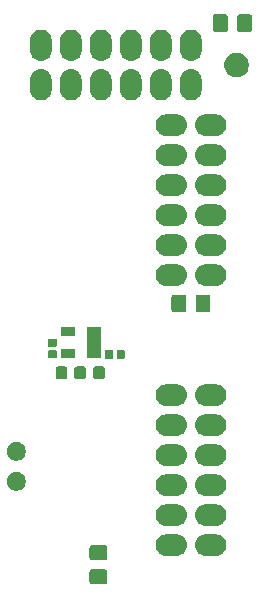
<source format=gbr>
G04 #@! TF.GenerationSoftware,KiCad,Pcbnew,5.1.6-c6e7f7d~86~ubuntu20.04.1*
G04 #@! TF.CreationDate,2020-05-31T05:55:26-07:00*
G04 #@! TF.ProjectId,glasgow-pmod,676c6173-676f-4772-9d70-6d6f642e6b69,rev?*
G04 #@! TF.SameCoordinates,PX90013c0PY44b6550*
G04 #@! TF.FileFunction,Soldermask,Top*
G04 #@! TF.FilePolarity,Negative*
%FSLAX46Y46*%
G04 Gerber Fmt 4.6, Leading zero omitted, Abs format (unit mm)*
G04 Created by KiCad (PCBNEW 5.1.6-c6e7f7d~86~ubuntu20.04.1) date 2020-05-31 05:55:26*
%MOMM*%
%LPD*%
G01*
G04 APERTURE LIST*
%ADD10C,0.100000*%
G04 APERTURE END LIST*
D10*
G36*
X9388674Y-49203465D02*
G01*
X9426367Y-49214899D01*
X9461103Y-49233466D01*
X9491548Y-49258452D01*
X9516534Y-49288897D01*
X9535101Y-49323633D01*
X9546535Y-49361326D01*
X9551000Y-49406661D01*
X9551000Y-50243339D01*
X9546535Y-50288674D01*
X9535101Y-50326367D01*
X9516534Y-50361103D01*
X9491548Y-50391548D01*
X9461103Y-50416534D01*
X9426367Y-50435101D01*
X9388674Y-50446535D01*
X9343339Y-50451000D01*
X8256661Y-50451000D01*
X8211326Y-50446535D01*
X8173633Y-50435101D01*
X8138897Y-50416534D01*
X8108452Y-50391548D01*
X8083466Y-50361103D01*
X8064899Y-50326367D01*
X8053465Y-50288674D01*
X8049000Y-50243339D01*
X8049000Y-49406661D01*
X8053465Y-49361326D01*
X8064899Y-49323633D01*
X8083466Y-49288897D01*
X8108452Y-49258452D01*
X8138897Y-49233466D01*
X8173633Y-49214899D01*
X8211326Y-49203465D01*
X8256661Y-49199000D01*
X9343339Y-49199000D01*
X9388674Y-49203465D01*
G37*
G36*
X9388674Y-47153465D02*
G01*
X9426367Y-47164899D01*
X9461103Y-47183466D01*
X9491548Y-47208452D01*
X9516534Y-47238897D01*
X9535101Y-47273633D01*
X9546535Y-47311326D01*
X9551000Y-47356661D01*
X9551000Y-48193339D01*
X9546535Y-48238674D01*
X9535101Y-48276367D01*
X9516534Y-48311103D01*
X9491548Y-48341548D01*
X9461103Y-48366534D01*
X9426367Y-48385101D01*
X9388674Y-48396535D01*
X9343339Y-48401000D01*
X8256661Y-48401000D01*
X8211326Y-48396535D01*
X8173633Y-48385101D01*
X8138897Y-48366534D01*
X8108452Y-48341548D01*
X8083466Y-48311103D01*
X8064899Y-48276367D01*
X8053465Y-48238674D01*
X8049000Y-48193339D01*
X8049000Y-47356661D01*
X8053465Y-47311326D01*
X8064899Y-47273633D01*
X8083466Y-47238897D01*
X8108452Y-47208452D01*
X8138897Y-47183466D01*
X8173633Y-47164899D01*
X8211326Y-47153465D01*
X8256661Y-47149000D01*
X9343339Y-47149000D01*
X9388674Y-47153465D01*
G37*
G36*
X15500443Y-46245519D02*
G01*
X15566627Y-46252037D01*
X15736466Y-46303557D01*
X15892991Y-46387222D01*
X15928729Y-46416552D01*
X16030186Y-46499814D01*
X16113448Y-46601271D01*
X16142778Y-46637009D01*
X16226443Y-46793534D01*
X16277963Y-46963373D01*
X16295359Y-47140000D01*
X16277963Y-47316627D01*
X16226443Y-47486466D01*
X16142778Y-47642991D01*
X16113448Y-47678729D01*
X16030186Y-47780186D01*
X15928729Y-47863448D01*
X15892991Y-47892778D01*
X15736466Y-47976443D01*
X15566627Y-48027963D01*
X15500443Y-48034481D01*
X15434260Y-48041000D01*
X14505740Y-48041000D01*
X14439557Y-48034481D01*
X14373373Y-48027963D01*
X14203534Y-47976443D01*
X14047009Y-47892778D01*
X14011271Y-47863448D01*
X13909814Y-47780186D01*
X13826552Y-47678729D01*
X13797222Y-47642991D01*
X13713557Y-47486466D01*
X13662037Y-47316627D01*
X13644641Y-47140000D01*
X13662037Y-46963373D01*
X13713557Y-46793534D01*
X13797222Y-46637009D01*
X13826552Y-46601271D01*
X13909814Y-46499814D01*
X14011271Y-46416552D01*
X14047009Y-46387222D01*
X14203534Y-46303557D01*
X14373373Y-46252037D01*
X14439557Y-46245519D01*
X14505740Y-46239000D01*
X15434260Y-46239000D01*
X15500443Y-46245519D01*
G37*
G36*
X18840443Y-46245519D02*
G01*
X18906627Y-46252037D01*
X19076466Y-46303557D01*
X19232991Y-46387222D01*
X19268729Y-46416552D01*
X19370186Y-46499814D01*
X19453448Y-46601271D01*
X19482778Y-46637009D01*
X19566443Y-46793534D01*
X19617963Y-46963373D01*
X19635359Y-47140000D01*
X19617963Y-47316627D01*
X19566443Y-47486466D01*
X19482778Y-47642991D01*
X19453448Y-47678729D01*
X19370186Y-47780186D01*
X19268729Y-47863448D01*
X19232991Y-47892778D01*
X19076466Y-47976443D01*
X18906627Y-48027963D01*
X18840443Y-48034481D01*
X18774260Y-48041000D01*
X17845740Y-48041000D01*
X17779557Y-48034481D01*
X17713373Y-48027963D01*
X17543534Y-47976443D01*
X17387009Y-47892778D01*
X17351271Y-47863448D01*
X17249814Y-47780186D01*
X17166552Y-47678729D01*
X17137222Y-47642991D01*
X17053557Y-47486466D01*
X17002037Y-47316627D01*
X16984641Y-47140000D01*
X17002037Y-46963373D01*
X17053557Y-46793534D01*
X17137222Y-46637009D01*
X17166552Y-46601271D01*
X17249814Y-46499814D01*
X17351271Y-46416552D01*
X17387009Y-46387222D01*
X17543534Y-46303557D01*
X17713373Y-46252037D01*
X17779557Y-46245519D01*
X17845740Y-46239000D01*
X18774260Y-46239000D01*
X18840443Y-46245519D01*
G37*
G36*
X18840443Y-43705519D02*
G01*
X18906627Y-43712037D01*
X19076466Y-43763557D01*
X19232991Y-43847222D01*
X19268729Y-43876552D01*
X19370186Y-43959814D01*
X19453448Y-44061271D01*
X19482778Y-44097009D01*
X19566443Y-44253534D01*
X19617963Y-44423373D01*
X19635359Y-44600000D01*
X19617963Y-44776627D01*
X19566443Y-44946466D01*
X19482778Y-45102991D01*
X19453448Y-45138729D01*
X19370186Y-45240186D01*
X19268729Y-45323448D01*
X19232991Y-45352778D01*
X19076466Y-45436443D01*
X18906627Y-45487963D01*
X18840443Y-45494481D01*
X18774260Y-45501000D01*
X17845740Y-45501000D01*
X17779557Y-45494481D01*
X17713373Y-45487963D01*
X17543534Y-45436443D01*
X17387009Y-45352778D01*
X17351271Y-45323448D01*
X17249814Y-45240186D01*
X17166552Y-45138729D01*
X17137222Y-45102991D01*
X17053557Y-44946466D01*
X17002037Y-44776627D01*
X16984641Y-44600000D01*
X17002037Y-44423373D01*
X17053557Y-44253534D01*
X17137222Y-44097009D01*
X17166552Y-44061271D01*
X17249814Y-43959814D01*
X17351271Y-43876552D01*
X17387009Y-43847222D01*
X17543534Y-43763557D01*
X17713373Y-43712037D01*
X17779557Y-43705519D01*
X17845740Y-43699000D01*
X18774260Y-43699000D01*
X18840443Y-43705519D01*
G37*
G36*
X15500443Y-43705519D02*
G01*
X15566627Y-43712037D01*
X15736466Y-43763557D01*
X15892991Y-43847222D01*
X15928729Y-43876552D01*
X16030186Y-43959814D01*
X16113448Y-44061271D01*
X16142778Y-44097009D01*
X16226443Y-44253534D01*
X16277963Y-44423373D01*
X16295359Y-44600000D01*
X16277963Y-44776627D01*
X16226443Y-44946466D01*
X16142778Y-45102991D01*
X16113448Y-45138729D01*
X16030186Y-45240186D01*
X15928729Y-45323448D01*
X15892991Y-45352778D01*
X15736466Y-45436443D01*
X15566627Y-45487963D01*
X15500443Y-45494481D01*
X15434260Y-45501000D01*
X14505740Y-45501000D01*
X14439557Y-45494481D01*
X14373373Y-45487963D01*
X14203534Y-45436443D01*
X14047009Y-45352778D01*
X14011271Y-45323448D01*
X13909814Y-45240186D01*
X13826552Y-45138729D01*
X13797222Y-45102991D01*
X13713557Y-44946466D01*
X13662037Y-44776627D01*
X13644641Y-44600000D01*
X13662037Y-44423373D01*
X13713557Y-44253534D01*
X13797222Y-44097009D01*
X13826552Y-44061271D01*
X13909814Y-43959814D01*
X14011271Y-43876552D01*
X14047009Y-43847222D01*
X14203534Y-43763557D01*
X14373373Y-43712037D01*
X14439557Y-43705519D01*
X14505740Y-43699000D01*
X15434260Y-43699000D01*
X15500443Y-43705519D01*
G37*
G36*
X15500443Y-41165519D02*
G01*
X15566627Y-41172037D01*
X15736466Y-41223557D01*
X15892991Y-41307222D01*
X15928729Y-41336552D01*
X16030186Y-41419814D01*
X16102850Y-41508357D01*
X16142778Y-41557009D01*
X16226443Y-41713534D01*
X16277963Y-41883373D01*
X16295359Y-42060000D01*
X16277963Y-42236627D01*
X16226443Y-42406466D01*
X16142778Y-42562991D01*
X16113448Y-42598729D01*
X16030186Y-42700186D01*
X15928729Y-42783448D01*
X15892991Y-42812778D01*
X15736466Y-42896443D01*
X15566627Y-42947963D01*
X15500443Y-42954481D01*
X15434260Y-42961000D01*
X14505740Y-42961000D01*
X14439557Y-42954481D01*
X14373373Y-42947963D01*
X14203534Y-42896443D01*
X14047009Y-42812778D01*
X14011271Y-42783448D01*
X13909814Y-42700186D01*
X13826552Y-42598729D01*
X13797222Y-42562991D01*
X13713557Y-42406466D01*
X13662037Y-42236627D01*
X13644641Y-42060000D01*
X13662037Y-41883373D01*
X13713557Y-41713534D01*
X13797222Y-41557009D01*
X13837150Y-41508357D01*
X13909814Y-41419814D01*
X14011271Y-41336552D01*
X14047009Y-41307222D01*
X14203534Y-41223557D01*
X14373373Y-41172037D01*
X14439557Y-41165519D01*
X14505740Y-41159000D01*
X15434260Y-41159000D01*
X15500443Y-41165519D01*
G37*
G36*
X18840443Y-41165519D02*
G01*
X18906627Y-41172037D01*
X19076466Y-41223557D01*
X19232991Y-41307222D01*
X19268729Y-41336552D01*
X19370186Y-41419814D01*
X19442850Y-41508357D01*
X19482778Y-41557009D01*
X19566443Y-41713534D01*
X19617963Y-41883373D01*
X19635359Y-42060000D01*
X19617963Y-42236627D01*
X19566443Y-42406466D01*
X19482778Y-42562991D01*
X19453448Y-42598729D01*
X19370186Y-42700186D01*
X19268729Y-42783448D01*
X19232991Y-42812778D01*
X19076466Y-42896443D01*
X18906627Y-42947963D01*
X18840443Y-42954481D01*
X18774260Y-42961000D01*
X17845740Y-42961000D01*
X17779557Y-42954481D01*
X17713373Y-42947963D01*
X17543534Y-42896443D01*
X17387009Y-42812778D01*
X17351271Y-42783448D01*
X17249814Y-42700186D01*
X17166552Y-42598729D01*
X17137222Y-42562991D01*
X17053557Y-42406466D01*
X17002037Y-42236627D01*
X16984641Y-42060000D01*
X17002037Y-41883373D01*
X17053557Y-41713534D01*
X17137222Y-41557009D01*
X17177150Y-41508357D01*
X17249814Y-41419814D01*
X17351271Y-41336552D01*
X17387009Y-41307222D01*
X17543534Y-41223557D01*
X17713373Y-41172037D01*
X17779557Y-41165519D01*
X17845740Y-41159000D01*
X18774260Y-41159000D01*
X18840443Y-41165519D01*
G37*
G36*
X2078142Y-40971781D02*
G01*
X2223914Y-41032162D01*
X2223916Y-41032163D01*
X2355108Y-41119822D01*
X2466678Y-41231392D01*
X2554337Y-41362584D01*
X2554338Y-41362586D01*
X2614719Y-41508358D01*
X2645500Y-41663107D01*
X2645500Y-41820893D01*
X2614719Y-41975642D01*
X2554338Y-42121414D01*
X2554337Y-42121416D01*
X2466678Y-42252608D01*
X2355108Y-42364178D01*
X2223916Y-42451837D01*
X2223915Y-42451838D01*
X2223914Y-42451838D01*
X2078142Y-42512219D01*
X1923393Y-42543000D01*
X1765607Y-42543000D01*
X1610858Y-42512219D01*
X1465086Y-42451838D01*
X1465085Y-42451838D01*
X1465084Y-42451837D01*
X1333892Y-42364178D01*
X1222322Y-42252608D01*
X1134663Y-42121416D01*
X1134662Y-42121414D01*
X1074281Y-41975642D01*
X1043500Y-41820893D01*
X1043500Y-41663107D01*
X1074281Y-41508358D01*
X1134662Y-41362586D01*
X1134663Y-41362584D01*
X1222322Y-41231392D01*
X1333892Y-41119822D01*
X1465084Y-41032163D01*
X1465086Y-41032162D01*
X1610858Y-40971781D01*
X1765607Y-40941000D01*
X1923393Y-40941000D01*
X2078142Y-40971781D01*
G37*
G36*
X15500442Y-38625518D02*
G01*
X15566627Y-38632037D01*
X15736466Y-38683557D01*
X15892991Y-38767222D01*
X15928729Y-38796552D01*
X16030186Y-38879814D01*
X16102850Y-38968357D01*
X16142778Y-39017009D01*
X16226443Y-39173534D01*
X16277963Y-39343373D01*
X16295359Y-39520000D01*
X16277963Y-39696627D01*
X16226443Y-39866466D01*
X16142778Y-40022991D01*
X16113448Y-40058729D01*
X16030186Y-40160186D01*
X15928729Y-40243448D01*
X15892991Y-40272778D01*
X15736466Y-40356443D01*
X15566627Y-40407963D01*
X15500443Y-40414481D01*
X15434260Y-40421000D01*
X14505740Y-40421000D01*
X14439557Y-40414481D01*
X14373373Y-40407963D01*
X14203534Y-40356443D01*
X14047009Y-40272778D01*
X14011271Y-40243448D01*
X13909814Y-40160186D01*
X13826552Y-40058729D01*
X13797222Y-40022991D01*
X13713557Y-39866466D01*
X13662037Y-39696627D01*
X13644641Y-39520000D01*
X13662037Y-39343373D01*
X13713557Y-39173534D01*
X13797222Y-39017009D01*
X13837150Y-38968357D01*
X13909814Y-38879814D01*
X14011271Y-38796552D01*
X14047009Y-38767222D01*
X14203534Y-38683557D01*
X14373373Y-38632037D01*
X14439558Y-38625518D01*
X14505740Y-38619000D01*
X15434260Y-38619000D01*
X15500442Y-38625518D01*
G37*
G36*
X18840442Y-38625518D02*
G01*
X18906627Y-38632037D01*
X19076466Y-38683557D01*
X19232991Y-38767222D01*
X19268729Y-38796552D01*
X19370186Y-38879814D01*
X19442850Y-38968357D01*
X19482778Y-39017009D01*
X19566443Y-39173534D01*
X19617963Y-39343373D01*
X19635359Y-39520000D01*
X19617963Y-39696627D01*
X19566443Y-39866466D01*
X19482778Y-40022991D01*
X19453448Y-40058729D01*
X19370186Y-40160186D01*
X19268729Y-40243448D01*
X19232991Y-40272778D01*
X19076466Y-40356443D01*
X18906627Y-40407963D01*
X18840443Y-40414481D01*
X18774260Y-40421000D01*
X17845740Y-40421000D01*
X17779557Y-40414481D01*
X17713373Y-40407963D01*
X17543534Y-40356443D01*
X17387009Y-40272778D01*
X17351271Y-40243448D01*
X17249814Y-40160186D01*
X17166552Y-40058729D01*
X17137222Y-40022991D01*
X17053557Y-39866466D01*
X17002037Y-39696627D01*
X16984641Y-39520000D01*
X17002037Y-39343373D01*
X17053557Y-39173534D01*
X17137222Y-39017009D01*
X17177150Y-38968357D01*
X17249814Y-38879814D01*
X17351271Y-38796552D01*
X17387009Y-38767222D01*
X17543534Y-38683557D01*
X17713373Y-38632037D01*
X17779558Y-38625518D01*
X17845740Y-38619000D01*
X18774260Y-38619000D01*
X18840442Y-38625518D01*
G37*
G36*
X2078142Y-38431781D02*
G01*
X2223914Y-38492162D01*
X2223916Y-38492163D01*
X2355108Y-38579822D01*
X2466678Y-38691392D01*
X2554337Y-38822584D01*
X2554338Y-38822586D01*
X2614719Y-38968358D01*
X2645500Y-39123107D01*
X2645500Y-39280893D01*
X2614719Y-39435642D01*
X2554338Y-39581414D01*
X2554337Y-39581416D01*
X2466678Y-39712608D01*
X2355108Y-39824178D01*
X2223916Y-39911837D01*
X2223915Y-39911838D01*
X2223914Y-39911838D01*
X2078142Y-39972219D01*
X1923393Y-40003000D01*
X1765607Y-40003000D01*
X1610858Y-39972219D01*
X1465086Y-39911838D01*
X1465085Y-39911838D01*
X1465084Y-39911837D01*
X1333892Y-39824178D01*
X1222322Y-39712608D01*
X1134663Y-39581416D01*
X1134662Y-39581414D01*
X1074281Y-39435642D01*
X1043500Y-39280893D01*
X1043500Y-39123107D01*
X1074281Y-38968358D01*
X1134662Y-38822586D01*
X1134663Y-38822584D01*
X1222322Y-38691392D01*
X1333892Y-38579822D01*
X1465084Y-38492163D01*
X1465086Y-38492162D01*
X1610858Y-38431781D01*
X1765607Y-38401000D01*
X1923393Y-38401000D01*
X2078142Y-38431781D01*
G37*
G36*
X18840442Y-36085518D02*
G01*
X18906627Y-36092037D01*
X19076466Y-36143557D01*
X19232991Y-36227222D01*
X19268729Y-36256552D01*
X19370186Y-36339814D01*
X19453448Y-36441271D01*
X19482778Y-36477009D01*
X19566443Y-36633534D01*
X19617963Y-36803373D01*
X19635359Y-36980000D01*
X19617963Y-37156627D01*
X19566443Y-37326466D01*
X19482778Y-37482991D01*
X19453448Y-37518729D01*
X19370186Y-37620186D01*
X19268729Y-37703448D01*
X19232991Y-37732778D01*
X19076466Y-37816443D01*
X18906627Y-37867963D01*
X18840442Y-37874482D01*
X18774260Y-37881000D01*
X17845740Y-37881000D01*
X17779558Y-37874482D01*
X17713373Y-37867963D01*
X17543534Y-37816443D01*
X17387009Y-37732778D01*
X17351271Y-37703448D01*
X17249814Y-37620186D01*
X17166552Y-37518729D01*
X17137222Y-37482991D01*
X17053557Y-37326466D01*
X17002037Y-37156627D01*
X16984641Y-36980000D01*
X17002037Y-36803373D01*
X17053557Y-36633534D01*
X17137222Y-36477009D01*
X17166552Y-36441271D01*
X17249814Y-36339814D01*
X17351271Y-36256552D01*
X17387009Y-36227222D01*
X17543534Y-36143557D01*
X17713373Y-36092037D01*
X17779558Y-36085518D01*
X17845740Y-36079000D01*
X18774260Y-36079000D01*
X18840442Y-36085518D01*
G37*
G36*
X15500442Y-36085518D02*
G01*
X15566627Y-36092037D01*
X15736466Y-36143557D01*
X15892991Y-36227222D01*
X15928729Y-36256552D01*
X16030186Y-36339814D01*
X16113448Y-36441271D01*
X16142778Y-36477009D01*
X16226443Y-36633534D01*
X16277963Y-36803373D01*
X16295359Y-36980000D01*
X16277963Y-37156627D01*
X16226443Y-37326466D01*
X16142778Y-37482991D01*
X16113448Y-37518729D01*
X16030186Y-37620186D01*
X15928729Y-37703448D01*
X15892991Y-37732778D01*
X15736466Y-37816443D01*
X15566627Y-37867963D01*
X15500442Y-37874482D01*
X15434260Y-37881000D01*
X14505740Y-37881000D01*
X14439558Y-37874482D01*
X14373373Y-37867963D01*
X14203534Y-37816443D01*
X14047009Y-37732778D01*
X14011271Y-37703448D01*
X13909814Y-37620186D01*
X13826552Y-37518729D01*
X13797222Y-37482991D01*
X13713557Y-37326466D01*
X13662037Y-37156627D01*
X13644641Y-36980000D01*
X13662037Y-36803373D01*
X13713557Y-36633534D01*
X13797222Y-36477009D01*
X13826552Y-36441271D01*
X13909814Y-36339814D01*
X14011271Y-36256552D01*
X14047009Y-36227222D01*
X14203534Y-36143557D01*
X14373373Y-36092037D01*
X14439558Y-36085518D01*
X14505740Y-36079000D01*
X15434260Y-36079000D01*
X15500442Y-36085518D01*
G37*
G36*
X18840442Y-33545518D02*
G01*
X18906627Y-33552037D01*
X19076466Y-33603557D01*
X19232991Y-33687222D01*
X19268729Y-33716552D01*
X19370186Y-33799814D01*
X19453448Y-33901271D01*
X19482778Y-33937009D01*
X19566443Y-34093534D01*
X19617963Y-34263373D01*
X19635359Y-34440000D01*
X19617963Y-34616627D01*
X19566443Y-34786466D01*
X19482778Y-34942991D01*
X19453448Y-34978729D01*
X19370186Y-35080186D01*
X19268729Y-35163448D01*
X19232991Y-35192778D01*
X19076466Y-35276443D01*
X18906627Y-35327963D01*
X18840443Y-35334481D01*
X18774260Y-35341000D01*
X17845740Y-35341000D01*
X17779557Y-35334481D01*
X17713373Y-35327963D01*
X17543534Y-35276443D01*
X17387009Y-35192778D01*
X17351271Y-35163448D01*
X17249814Y-35080186D01*
X17166552Y-34978729D01*
X17137222Y-34942991D01*
X17053557Y-34786466D01*
X17002037Y-34616627D01*
X16984641Y-34440000D01*
X17002037Y-34263373D01*
X17053557Y-34093534D01*
X17137222Y-33937009D01*
X17166552Y-33901271D01*
X17249814Y-33799814D01*
X17351271Y-33716552D01*
X17387009Y-33687222D01*
X17543534Y-33603557D01*
X17713373Y-33552037D01*
X17779558Y-33545518D01*
X17845740Y-33539000D01*
X18774260Y-33539000D01*
X18840442Y-33545518D01*
G37*
G36*
X15500442Y-33545518D02*
G01*
X15566627Y-33552037D01*
X15736466Y-33603557D01*
X15892991Y-33687222D01*
X15928729Y-33716552D01*
X16030186Y-33799814D01*
X16113448Y-33901271D01*
X16142778Y-33937009D01*
X16226443Y-34093534D01*
X16277963Y-34263373D01*
X16295359Y-34440000D01*
X16277963Y-34616627D01*
X16226443Y-34786466D01*
X16142778Y-34942991D01*
X16113448Y-34978729D01*
X16030186Y-35080186D01*
X15928729Y-35163448D01*
X15892991Y-35192778D01*
X15736466Y-35276443D01*
X15566627Y-35327963D01*
X15500443Y-35334481D01*
X15434260Y-35341000D01*
X14505740Y-35341000D01*
X14439557Y-35334481D01*
X14373373Y-35327963D01*
X14203534Y-35276443D01*
X14047009Y-35192778D01*
X14011271Y-35163448D01*
X13909814Y-35080186D01*
X13826552Y-34978729D01*
X13797222Y-34942991D01*
X13713557Y-34786466D01*
X13662037Y-34616627D01*
X13644641Y-34440000D01*
X13662037Y-34263373D01*
X13713557Y-34093534D01*
X13797222Y-33937009D01*
X13826552Y-33901271D01*
X13909814Y-33799814D01*
X14011271Y-33716552D01*
X14047009Y-33687222D01*
X14203534Y-33603557D01*
X14373373Y-33552037D01*
X14439558Y-33545518D01*
X14505740Y-33539000D01*
X15434260Y-33539000D01*
X15500442Y-33545518D01*
G37*
G36*
X6017091Y-32028085D02*
G01*
X6051069Y-32038393D01*
X6082390Y-32055134D01*
X6109839Y-32077661D01*
X6132366Y-32105110D01*
X6149107Y-32136431D01*
X6159415Y-32170409D01*
X6163500Y-32211890D01*
X6163500Y-32888110D01*
X6159415Y-32929591D01*
X6149107Y-32963569D01*
X6132366Y-32994890D01*
X6109839Y-33022339D01*
X6082390Y-33044866D01*
X6051069Y-33061607D01*
X6017091Y-33071915D01*
X5975610Y-33076000D01*
X5374390Y-33076000D01*
X5332909Y-33071915D01*
X5298931Y-33061607D01*
X5267610Y-33044866D01*
X5240161Y-33022339D01*
X5217634Y-32994890D01*
X5200893Y-32963569D01*
X5190585Y-32929591D01*
X5186500Y-32888110D01*
X5186500Y-32211890D01*
X5190585Y-32170409D01*
X5200893Y-32136431D01*
X5217634Y-32105110D01*
X5240161Y-32077661D01*
X5267610Y-32055134D01*
X5298931Y-32038393D01*
X5332909Y-32028085D01*
X5374390Y-32024000D01*
X5975610Y-32024000D01*
X6017091Y-32028085D01*
G37*
G36*
X7592091Y-32028085D02*
G01*
X7626069Y-32038393D01*
X7657390Y-32055134D01*
X7684839Y-32077661D01*
X7707366Y-32105110D01*
X7724107Y-32136431D01*
X7734415Y-32170409D01*
X7738500Y-32211890D01*
X7738500Y-32888110D01*
X7734415Y-32929591D01*
X7724107Y-32963569D01*
X7707366Y-32994890D01*
X7684839Y-33022339D01*
X7657390Y-33044866D01*
X7626069Y-33061607D01*
X7592091Y-33071915D01*
X7550610Y-33076000D01*
X6949390Y-33076000D01*
X6907909Y-33071915D01*
X6873931Y-33061607D01*
X6842610Y-33044866D01*
X6815161Y-33022339D01*
X6792634Y-32994890D01*
X6775893Y-32963569D01*
X6765585Y-32929591D01*
X6761500Y-32888110D01*
X6761500Y-32211890D01*
X6765585Y-32170409D01*
X6775893Y-32136431D01*
X6792634Y-32105110D01*
X6815161Y-32077661D01*
X6842610Y-32055134D01*
X6873931Y-32038393D01*
X6907909Y-32028085D01*
X6949390Y-32024000D01*
X7550610Y-32024000D01*
X7592091Y-32028085D01*
G37*
G36*
X9192091Y-32028085D02*
G01*
X9226069Y-32038393D01*
X9257390Y-32055134D01*
X9284839Y-32077661D01*
X9307366Y-32105110D01*
X9324107Y-32136431D01*
X9334415Y-32170409D01*
X9338500Y-32211890D01*
X9338500Y-32888110D01*
X9334415Y-32929591D01*
X9324107Y-32963569D01*
X9307366Y-32994890D01*
X9284839Y-33022339D01*
X9257390Y-33044866D01*
X9226069Y-33061607D01*
X9192091Y-33071915D01*
X9150610Y-33076000D01*
X8549390Y-33076000D01*
X8507909Y-33071915D01*
X8473931Y-33061607D01*
X8442610Y-33044866D01*
X8415161Y-33022339D01*
X8392634Y-32994890D01*
X8375893Y-32963569D01*
X8365585Y-32929591D01*
X8361500Y-32888110D01*
X8361500Y-32211890D01*
X8365585Y-32170409D01*
X8375893Y-32136431D01*
X8392634Y-32105110D01*
X8415161Y-32077661D01*
X8442610Y-32055134D01*
X8473931Y-32038393D01*
X8507909Y-32028085D01*
X8549390Y-32024000D01*
X9150610Y-32024000D01*
X9192091Y-32028085D01*
G37*
G36*
X10941938Y-30631716D02*
G01*
X10962557Y-30637971D01*
X10981553Y-30648124D01*
X10998208Y-30661792D01*
X11011876Y-30678447D01*
X11022029Y-30697443D01*
X11028284Y-30718062D01*
X11031000Y-30745640D01*
X11031000Y-31254360D01*
X11028284Y-31281938D01*
X11022029Y-31302557D01*
X11011876Y-31321553D01*
X10998208Y-31338208D01*
X10981553Y-31351876D01*
X10962557Y-31362029D01*
X10941938Y-31368284D01*
X10914360Y-31371000D01*
X10455640Y-31371000D01*
X10428062Y-31368284D01*
X10407443Y-31362029D01*
X10388447Y-31351876D01*
X10371792Y-31338208D01*
X10358124Y-31321553D01*
X10347971Y-31302557D01*
X10341716Y-31281938D01*
X10339000Y-31254360D01*
X10339000Y-30745640D01*
X10341716Y-30718062D01*
X10347971Y-30697443D01*
X10358124Y-30678447D01*
X10371792Y-30661792D01*
X10388447Y-30648124D01*
X10407443Y-30637971D01*
X10428062Y-30631716D01*
X10455640Y-30629000D01*
X10914360Y-30629000D01*
X10941938Y-30631716D01*
G37*
G36*
X9971938Y-30631716D02*
G01*
X9992557Y-30637971D01*
X10011553Y-30648124D01*
X10028208Y-30661792D01*
X10041876Y-30678447D01*
X10052029Y-30697443D01*
X10058284Y-30718062D01*
X10061000Y-30745640D01*
X10061000Y-31254360D01*
X10058284Y-31281938D01*
X10052029Y-31302557D01*
X10041876Y-31321553D01*
X10028208Y-31338208D01*
X10011553Y-31351876D01*
X9992557Y-31362029D01*
X9971938Y-31368284D01*
X9944360Y-31371000D01*
X9485640Y-31371000D01*
X9458062Y-31368284D01*
X9437443Y-31362029D01*
X9418447Y-31351876D01*
X9401792Y-31338208D01*
X9388124Y-31321553D01*
X9377971Y-31302557D01*
X9371716Y-31281938D01*
X9369000Y-31254360D01*
X9369000Y-30745640D01*
X9371716Y-30718062D01*
X9377971Y-30697443D01*
X9388124Y-30678447D01*
X9401792Y-30661792D01*
X9418447Y-30648124D01*
X9437443Y-30637971D01*
X9458062Y-30631716D01*
X9485640Y-30629000D01*
X9944360Y-30629000D01*
X9971938Y-30631716D01*
G37*
G36*
X5181938Y-30641716D02*
G01*
X5202557Y-30647971D01*
X5221553Y-30658124D01*
X5238208Y-30671792D01*
X5251876Y-30688447D01*
X5262029Y-30707443D01*
X5268284Y-30728062D01*
X5271000Y-30755640D01*
X5271000Y-31214360D01*
X5268284Y-31241938D01*
X5262029Y-31262557D01*
X5251876Y-31281553D01*
X5238208Y-31298208D01*
X5221553Y-31311876D01*
X5202557Y-31322029D01*
X5181938Y-31328284D01*
X5154360Y-31331000D01*
X4645640Y-31331000D01*
X4618062Y-31328284D01*
X4597443Y-31322029D01*
X4578447Y-31311876D01*
X4561792Y-31298208D01*
X4548124Y-31281553D01*
X4537971Y-31262557D01*
X4531716Y-31241938D01*
X4529000Y-31214360D01*
X4529000Y-30755640D01*
X4531716Y-30728062D01*
X4537971Y-30707443D01*
X4548124Y-30688447D01*
X4561792Y-30671792D01*
X4578447Y-30658124D01*
X4597443Y-30647971D01*
X4618062Y-30641716D01*
X4645640Y-30639000D01*
X5154360Y-30639000D01*
X5181938Y-30641716D01*
G37*
G36*
X9031000Y-31326000D02*
G01*
X7869000Y-31326000D01*
X7869000Y-28674000D01*
X9031000Y-28674000D01*
X9031000Y-31326000D01*
G37*
G36*
X6831000Y-31326000D02*
G01*
X5669000Y-31326000D01*
X5669000Y-30574000D01*
X6831000Y-30574000D01*
X6831000Y-31326000D01*
G37*
G36*
X5181938Y-29671716D02*
G01*
X5202557Y-29677971D01*
X5221553Y-29688124D01*
X5238208Y-29701792D01*
X5251876Y-29718447D01*
X5262029Y-29737443D01*
X5268284Y-29758062D01*
X5271000Y-29785640D01*
X5271000Y-30244360D01*
X5268284Y-30271938D01*
X5262029Y-30292557D01*
X5251876Y-30311553D01*
X5238208Y-30328208D01*
X5221553Y-30341876D01*
X5202557Y-30352029D01*
X5181938Y-30358284D01*
X5154360Y-30361000D01*
X4645640Y-30361000D01*
X4618062Y-30358284D01*
X4597443Y-30352029D01*
X4578447Y-30341876D01*
X4561792Y-30328208D01*
X4548124Y-30311553D01*
X4537971Y-30292557D01*
X4531716Y-30271938D01*
X4529000Y-30244360D01*
X4529000Y-29785640D01*
X4531716Y-29758062D01*
X4537971Y-29737443D01*
X4548124Y-29718447D01*
X4561792Y-29701792D01*
X4578447Y-29688124D01*
X4597443Y-29677971D01*
X4618062Y-29671716D01*
X4645640Y-29669000D01*
X5154360Y-29669000D01*
X5181938Y-29671716D01*
G37*
G36*
X6831000Y-29426000D02*
G01*
X5669000Y-29426000D01*
X5669000Y-28674000D01*
X6831000Y-28674000D01*
X6831000Y-29426000D01*
G37*
G36*
X18128674Y-25946465D02*
G01*
X18166367Y-25957899D01*
X18201103Y-25976466D01*
X18231548Y-26001452D01*
X18256534Y-26031897D01*
X18275101Y-26066633D01*
X18286535Y-26104326D01*
X18291000Y-26149661D01*
X18291000Y-27236339D01*
X18286535Y-27281674D01*
X18275101Y-27319367D01*
X18256534Y-27354103D01*
X18231548Y-27384548D01*
X18201103Y-27409534D01*
X18166367Y-27428101D01*
X18128674Y-27439535D01*
X18083339Y-27444000D01*
X17246661Y-27444000D01*
X17201326Y-27439535D01*
X17163633Y-27428101D01*
X17128897Y-27409534D01*
X17098452Y-27384548D01*
X17073466Y-27354103D01*
X17054899Y-27319367D01*
X17043465Y-27281674D01*
X17039000Y-27236339D01*
X17039000Y-26149661D01*
X17043465Y-26104326D01*
X17054899Y-26066633D01*
X17073466Y-26031897D01*
X17098452Y-26001452D01*
X17128897Y-25976466D01*
X17163633Y-25957899D01*
X17201326Y-25946465D01*
X17246661Y-25942000D01*
X18083339Y-25942000D01*
X18128674Y-25946465D01*
G37*
G36*
X16078674Y-25946465D02*
G01*
X16116367Y-25957899D01*
X16151103Y-25976466D01*
X16181548Y-26001452D01*
X16206534Y-26031897D01*
X16225101Y-26066633D01*
X16236535Y-26104326D01*
X16241000Y-26149661D01*
X16241000Y-27236339D01*
X16236535Y-27281674D01*
X16225101Y-27319367D01*
X16206534Y-27354103D01*
X16181548Y-27384548D01*
X16151103Y-27409534D01*
X16116367Y-27428101D01*
X16078674Y-27439535D01*
X16033339Y-27444000D01*
X15196661Y-27444000D01*
X15151326Y-27439535D01*
X15113633Y-27428101D01*
X15078897Y-27409534D01*
X15048452Y-27384548D01*
X15023466Y-27354103D01*
X15004899Y-27319367D01*
X14993465Y-27281674D01*
X14989000Y-27236339D01*
X14989000Y-26149661D01*
X14993465Y-26104326D01*
X15004899Y-26066633D01*
X15023466Y-26031897D01*
X15048452Y-26001452D01*
X15078897Y-25976466D01*
X15113633Y-25957899D01*
X15151326Y-25946465D01*
X15196661Y-25942000D01*
X16033339Y-25942000D01*
X16078674Y-25946465D01*
G37*
G36*
X15500442Y-23385518D02*
G01*
X15566627Y-23392037D01*
X15736466Y-23443557D01*
X15892991Y-23527222D01*
X15928729Y-23556552D01*
X16030186Y-23639814D01*
X16113448Y-23741271D01*
X16142778Y-23777009D01*
X16226443Y-23933534D01*
X16277963Y-24103373D01*
X16295359Y-24280000D01*
X16277963Y-24456627D01*
X16226443Y-24626466D01*
X16142778Y-24782991D01*
X16113448Y-24818729D01*
X16030186Y-24920186D01*
X15928729Y-25003448D01*
X15892991Y-25032778D01*
X15736466Y-25116443D01*
X15566627Y-25167963D01*
X15500442Y-25174482D01*
X15434260Y-25181000D01*
X14505740Y-25181000D01*
X14439558Y-25174482D01*
X14373373Y-25167963D01*
X14203534Y-25116443D01*
X14047009Y-25032778D01*
X14011271Y-25003448D01*
X13909814Y-24920186D01*
X13826552Y-24818729D01*
X13797222Y-24782991D01*
X13713557Y-24626466D01*
X13662037Y-24456627D01*
X13644641Y-24280000D01*
X13662037Y-24103373D01*
X13713557Y-23933534D01*
X13797222Y-23777009D01*
X13826552Y-23741271D01*
X13909814Y-23639814D01*
X14011271Y-23556552D01*
X14047009Y-23527222D01*
X14203534Y-23443557D01*
X14373373Y-23392037D01*
X14439557Y-23385519D01*
X14505740Y-23379000D01*
X15434260Y-23379000D01*
X15500442Y-23385518D01*
G37*
G36*
X18840442Y-23385518D02*
G01*
X18906627Y-23392037D01*
X19076466Y-23443557D01*
X19232991Y-23527222D01*
X19268729Y-23556552D01*
X19370186Y-23639814D01*
X19453448Y-23741271D01*
X19482778Y-23777009D01*
X19566443Y-23933534D01*
X19617963Y-24103373D01*
X19635359Y-24280000D01*
X19617963Y-24456627D01*
X19566443Y-24626466D01*
X19482778Y-24782991D01*
X19453448Y-24818729D01*
X19370186Y-24920186D01*
X19268729Y-25003448D01*
X19232991Y-25032778D01*
X19076466Y-25116443D01*
X18906627Y-25167963D01*
X18840442Y-25174482D01*
X18774260Y-25181000D01*
X17845740Y-25181000D01*
X17779558Y-25174482D01*
X17713373Y-25167963D01*
X17543534Y-25116443D01*
X17387009Y-25032778D01*
X17351271Y-25003448D01*
X17249814Y-24920186D01*
X17166552Y-24818729D01*
X17137222Y-24782991D01*
X17053557Y-24626466D01*
X17002037Y-24456627D01*
X16984641Y-24280000D01*
X17002037Y-24103373D01*
X17053557Y-23933534D01*
X17137222Y-23777009D01*
X17166552Y-23741271D01*
X17249814Y-23639814D01*
X17351271Y-23556552D01*
X17387009Y-23527222D01*
X17543534Y-23443557D01*
X17713373Y-23392037D01*
X17779557Y-23385519D01*
X17845740Y-23379000D01*
X18774260Y-23379000D01*
X18840442Y-23385518D01*
G37*
G36*
X15500442Y-20845518D02*
G01*
X15566627Y-20852037D01*
X15736466Y-20903557D01*
X15892991Y-20987222D01*
X15928729Y-21016552D01*
X16030186Y-21099814D01*
X16113448Y-21201271D01*
X16142778Y-21237009D01*
X16226443Y-21393534D01*
X16277963Y-21563373D01*
X16295359Y-21740000D01*
X16277963Y-21916627D01*
X16226443Y-22086466D01*
X16142778Y-22242991D01*
X16113448Y-22278729D01*
X16030186Y-22380186D01*
X15928729Y-22463448D01*
X15892991Y-22492778D01*
X15736466Y-22576443D01*
X15566627Y-22627963D01*
X15500442Y-22634482D01*
X15434260Y-22641000D01*
X14505740Y-22641000D01*
X14439558Y-22634482D01*
X14373373Y-22627963D01*
X14203534Y-22576443D01*
X14047009Y-22492778D01*
X14011271Y-22463448D01*
X13909814Y-22380186D01*
X13826552Y-22278729D01*
X13797222Y-22242991D01*
X13713557Y-22086466D01*
X13662037Y-21916627D01*
X13644641Y-21740000D01*
X13662037Y-21563373D01*
X13713557Y-21393534D01*
X13797222Y-21237009D01*
X13826552Y-21201271D01*
X13909814Y-21099814D01*
X14011271Y-21016552D01*
X14047009Y-20987222D01*
X14203534Y-20903557D01*
X14373373Y-20852037D01*
X14439558Y-20845518D01*
X14505740Y-20839000D01*
X15434260Y-20839000D01*
X15500442Y-20845518D01*
G37*
G36*
X18840442Y-20845518D02*
G01*
X18906627Y-20852037D01*
X19076466Y-20903557D01*
X19232991Y-20987222D01*
X19268729Y-21016552D01*
X19370186Y-21099814D01*
X19453448Y-21201271D01*
X19482778Y-21237009D01*
X19566443Y-21393534D01*
X19617963Y-21563373D01*
X19635359Y-21740000D01*
X19617963Y-21916627D01*
X19566443Y-22086466D01*
X19482778Y-22242991D01*
X19453448Y-22278729D01*
X19370186Y-22380186D01*
X19268729Y-22463448D01*
X19232991Y-22492778D01*
X19076466Y-22576443D01*
X18906627Y-22627963D01*
X18840442Y-22634482D01*
X18774260Y-22641000D01*
X17845740Y-22641000D01*
X17779558Y-22634482D01*
X17713373Y-22627963D01*
X17543534Y-22576443D01*
X17387009Y-22492778D01*
X17351271Y-22463448D01*
X17249814Y-22380186D01*
X17166552Y-22278729D01*
X17137222Y-22242991D01*
X17053557Y-22086466D01*
X17002037Y-21916627D01*
X16984641Y-21740000D01*
X17002037Y-21563373D01*
X17053557Y-21393534D01*
X17137222Y-21237009D01*
X17166552Y-21201271D01*
X17249814Y-21099814D01*
X17351271Y-21016552D01*
X17387009Y-20987222D01*
X17543534Y-20903557D01*
X17713373Y-20852037D01*
X17779558Y-20845518D01*
X17845740Y-20839000D01*
X18774260Y-20839000D01*
X18840442Y-20845518D01*
G37*
G36*
X15500442Y-18305518D02*
G01*
X15566627Y-18312037D01*
X15736466Y-18363557D01*
X15892991Y-18447222D01*
X15928729Y-18476552D01*
X16030186Y-18559814D01*
X16113448Y-18661271D01*
X16142778Y-18697009D01*
X16226443Y-18853534D01*
X16277963Y-19023373D01*
X16295359Y-19200000D01*
X16277963Y-19376627D01*
X16226443Y-19546466D01*
X16142778Y-19702991D01*
X16113448Y-19738729D01*
X16030186Y-19840186D01*
X15928729Y-19923448D01*
X15892991Y-19952778D01*
X15736466Y-20036443D01*
X15566627Y-20087963D01*
X15500443Y-20094481D01*
X15434260Y-20101000D01*
X14505740Y-20101000D01*
X14439557Y-20094481D01*
X14373373Y-20087963D01*
X14203534Y-20036443D01*
X14047009Y-19952778D01*
X14011271Y-19923448D01*
X13909814Y-19840186D01*
X13826552Y-19738729D01*
X13797222Y-19702991D01*
X13713557Y-19546466D01*
X13662037Y-19376627D01*
X13644641Y-19200000D01*
X13662037Y-19023373D01*
X13713557Y-18853534D01*
X13797222Y-18697009D01*
X13826552Y-18661271D01*
X13909814Y-18559814D01*
X14011271Y-18476552D01*
X14047009Y-18447222D01*
X14203534Y-18363557D01*
X14373373Y-18312037D01*
X14439557Y-18305519D01*
X14505740Y-18299000D01*
X15434260Y-18299000D01*
X15500442Y-18305518D01*
G37*
G36*
X18840442Y-18305518D02*
G01*
X18906627Y-18312037D01*
X19076466Y-18363557D01*
X19232991Y-18447222D01*
X19268729Y-18476552D01*
X19370186Y-18559814D01*
X19453448Y-18661271D01*
X19482778Y-18697009D01*
X19566443Y-18853534D01*
X19617963Y-19023373D01*
X19635359Y-19200000D01*
X19617963Y-19376627D01*
X19566443Y-19546466D01*
X19482778Y-19702991D01*
X19453448Y-19738729D01*
X19370186Y-19840186D01*
X19268729Y-19923448D01*
X19232991Y-19952778D01*
X19076466Y-20036443D01*
X18906627Y-20087963D01*
X18840443Y-20094481D01*
X18774260Y-20101000D01*
X17845740Y-20101000D01*
X17779557Y-20094481D01*
X17713373Y-20087963D01*
X17543534Y-20036443D01*
X17387009Y-19952778D01*
X17351271Y-19923448D01*
X17249814Y-19840186D01*
X17166552Y-19738729D01*
X17137222Y-19702991D01*
X17053557Y-19546466D01*
X17002037Y-19376627D01*
X16984641Y-19200000D01*
X17002037Y-19023373D01*
X17053557Y-18853534D01*
X17137222Y-18697009D01*
X17166552Y-18661271D01*
X17249814Y-18559814D01*
X17351271Y-18476552D01*
X17387009Y-18447222D01*
X17543534Y-18363557D01*
X17713373Y-18312037D01*
X17779557Y-18305519D01*
X17845740Y-18299000D01*
X18774260Y-18299000D01*
X18840442Y-18305518D01*
G37*
G36*
X15500443Y-15765519D02*
G01*
X15566627Y-15772037D01*
X15736466Y-15823557D01*
X15892991Y-15907222D01*
X15928729Y-15936552D01*
X16030186Y-16019814D01*
X16113448Y-16121271D01*
X16142778Y-16157009D01*
X16226443Y-16313534D01*
X16277963Y-16483373D01*
X16295359Y-16660000D01*
X16277963Y-16836627D01*
X16226443Y-17006466D01*
X16142778Y-17162991D01*
X16113448Y-17198729D01*
X16030186Y-17300186D01*
X15928729Y-17383448D01*
X15892991Y-17412778D01*
X15736466Y-17496443D01*
X15566627Y-17547963D01*
X15500442Y-17554482D01*
X15434260Y-17561000D01*
X14505740Y-17561000D01*
X14439558Y-17554482D01*
X14373373Y-17547963D01*
X14203534Y-17496443D01*
X14047009Y-17412778D01*
X14011271Y-17383448D01*
X13909814Y-17300186D01*
X13826552Y-17198729D01*
X13797222Y-17162991D01*
X13713557Y-17006466D01*
X13662037Y-16836627D01*
X13644641Y-16660000D01*
X13662037Y-16483373D01*
X13713557Y-16313534D01*
X13797222Y-16157009D01*
X13826552Y-16121271D01*
X13909814Y-16019814D01*
X14011271Y-15936552D01*
X14047009Y-15907222D01*
X14203534Y-15823557D01*
X14373373Y-15772037D01*
X14439557Y-15765519D01*
X14505740Y-15759000D01*
X15434260Y-15759000D01*
X15500443Y-15765519D01*
G37*
G36*
X18840443Y-15765519D02*
G01*
X18906627Y-15772037D01*
X19076466Y-15823557D01*
X19232991Y-15907222D01*
X19268729Y-15936552D01*
X19370186Y-16019814D01*
X19453448Y-16121271D01*
X19482778Y-16157009D01*
X19566443Y-16313534D01*
X19617963Y-16483373D01*
X19635359Y-16660000D01*
X19617963Y-16836627D01*
X19566443Y-17006466D01*
X19482778Y-17162991D01*
X19453448Y-17198729D01*
X19370186Y-17300186D01*
X19268729Y-17383448D01*
X19232991Y-17412778D01*
X19076466Y-17496443D01*
X18906627Y-17547963D01*
X18840442Y-17554482D01*
X18774260Y-17561000D01*
X17845740Y-17561000D01*
X17779558Y-17554482D01*
X17713373Y-17547963D01*
X17543534Y-17496443D01*
X17387009Y-17412778D01*
X17351271Y-17383448D01*
X17249814Y-17300186D01*
X17166552Y-17198729D01*
X17137222Y-17162991D01*
X17053557Y-17006466D01*
X17002037Y-16836627D01*
X16984641Y-16660000D01*
X17002037Y-16483373D01*
X17053557Y-16313534D01*
X17137222Y-16157009D01*
X17166552Y-16121271D01*
X17249814Y-16019814D01*
X17351271Y-15936552D01*
X17387009Y-15907222D01*
X17543534Y-15823557D01*
X17713373Y-15772037D01*
X17779557Y-15765519D01*
X17845740Y-15759000D01*
X18774260Y-15759000D01*
X18840443Y-15765519D01*
G37*
G36*
X18840443Y-13225519D02*
G01*
X18906627Y-13232037D01*
X19076466Y-13283557D01*
X19232991Y-13367222D01*
X19268729Y-13396552D01*
X19370186Y-13479814D01*
X19453448Y-13581271D01*
X19482778Y-13617009D01*
X19566443Y-13773534D01*
X19617963Y-13943373D01*
X19635359Y-14120000D01*
X19617963Y-14296627D01*
X19566443Y-14466466D01*
X19482778Y-14622991D01*
X19453448Y-14658729D01*
X19370186Y-14760186D01*
X19268729Y-14843448D01*
X19232991Y-14872778D01*
X19076466Y-14956443D01*
X18906627Y-15007963D01*
X18840443Y-15014481D01*
X18774260Y-15021000D01*
X17845740Y-15021000D01*
X17779557Y-15014481D01*
X17713373Y-15007963D01*
X17543534Y-14956443D01*
X17387009Y-14872778D01*
X17351271Y-14843448D01*
X17249814Y-14760186D01*
X17166552Y-14658729D01*
X17137222Y-14622991D01*
X17053557Y-14466466D01*
X17002037Y-14296627D01*
X16984641Y-14120000D01*
X17002037Y-13943373D01*
X17053557Y-13773534D01*
X17137222Y-13617009D01*
X17166552Y-13581271D01*
X17249814Y-13479814D01*
X17351271Y-13396552D01*
X17387009Y-13367222D01*
X17543534Y-13283557D01*
X17713373Y-13232037D01*
X17779557Y-13225519D01*
X17845740Y-13219000D01*
X18774260Y-13219000D01*
X18840443Y-13225519D01*
G37*
G36*
X15500443Y-13225519D02*
G01*
X15566627Y-13232037D01*
X15736466Y-13283557D01*
X15892991Y-13367222D01*
X15928729Y-13396552D01*
X16030186Y-13479814D01*
X16113448Y-13581271D01*
X16142778Y-13617009D01*
X16226443Y-13773534D01*
X16277963Y-13943373D01*
X16295359Y-14120000D01*
X16277963Y-14296627D01*
X16226443Y-14466466D01*
X16142778Y-14622991D01*
X16113448Y-14658729D01*
X16030186Y-14760186D01*
X15928729Y-14843448D01*
X15892991Y-14872778D01*
X15736466Y-14956443D01*
X15566627Y-15007963D01*
X15500443Y-15014481D01*
X15434260Y-15021000D01*
X14505740Y-15021000D01*
X14439557Y-15014481D01*
X14373373Y-15007963D01*
X14203534Y-14956443D01*
X14047009Y-14872778D01*
X14011271Y-14843448D01*
X13909814Y-14760186D01*
X13826552Y-14658729D01*
X13797222Y-14622991D01*
X13713557Y-14466466D01*
X13662037Y-14296627D01*
X13644641Y-14120000D01*
X13662037Y-13943373D01*
X13713557Y-13773534D01*
X13797222Y-13617009D01*
X13826552Y-13581271D01*
X13909814Y-13479814D01*
X14011271Y-13396552D01*
X14047009Y-13367222D01*
X14203534Y-13283557D01*
X14373373Y-13232037D01*
X14439557Y-13225519D01*
X14505740Y-13219000D01*
X15434260Y-13219000D01*
X15500443Y-13225519D01*
G37*
G36*
X18840442Y-10685518D02*
G01*
X18906627Y-10692037D01*
X19076466Y-10743557D01*
X19232991Y-10827222D01*
X19268729Y-10856552D01*
X19370186Y-10939814D01*
X19453448Y-11041271D01*
X19482778Y-11077009D01*
X19566443Y-11233534D01*
X19617963Y-11403373D01*
X19635359Y-11580000D01*
X19617963Y-11756627D01*
X19566443Y-11926466D01*
X19482778Y-12082991D01*
X19453448Y-12118729D01*
X19370186Y-12220186D01*
X19268729Y-12303448D01*
X19232991Y-12332778D01*
X19076466Y-12416443D01*
X18906627Y-12467963D01*
X18840442Y-12474482D01*
X18774260Y-12481000D01*
X17845740Y-12481000D01*
X17779558Y-12474482D01*
X17713373Y-12467963D01*
X17543534Y-12416443D01*
X17387009Y-12332778D01*
X17351271Y-12303448D01*
X17249814Y-12220186D01*
X17166552Y-12118729D01*
X17137222Y-12082991D01*
X17053557Y-11926466D01*
X17002037Y-11756627D01*
X16984641Y-11580000D01*
X17002037Y-11403373D01*
X17053557Y-11233534D01*
X17137222Y-11077009D01*
X17166552Y-11041271D01*
X17249814Y-10939814D01*
X17351271Y-10856552D01*
X17387009Y-10827222D01*
X17543534Y-10743557D01*
X17713373Y-10692037D01*
X17779558Y-10685518D01*
X17845740Y-10679000D01*
X18774260Y-10679000D01*
X18840442Y-10685518D01*
G37*
G36*
X15500442Y-10685518D02*
G01*
X15566627Y-10692037D01*
X15736466Y-10743557D01*
X15892991Y-10827222D01*
X15928729Y-10856552D01*
X16030186Y-10939814D01*
X16113448Y-11041271D01*
X16142778Y-11077009D01*
X16226443Y-11233534D01*
X16277963Y-11403373D01*
X16295359Y-11580000D01*
X16277963Y-11756627D01*
X16226443Y-11926466D01*
X16142778Y-12082991D01*
X16113448Y-12118729D01*
X16030186Y-12220186D01*
X15928729Y-12303448D01*
X15892991Y-12332778D01*
X15736466Y-12416443D01*
X15566627Y-12467963D01*
X15500442Y-12474482D01*
X15434260Y-12481000D01*
X14505740Y-12481000D01*
X14439558Y-12474482D01*
X14373373Y-12467963D01*
X14203534Y-12416443D01*
X14047009Y-12332778D01*
X14011271Y-12303448D01*
X13909814Y-12220186D01*
X13826552Y-12118729D01*
X13797222Y-12082991D01*
X13713557Y-11926466D01*
X13662037Y-11756627D01*
X13644641Y-11580000D01*
X13662037Y-11403373D01*
X13713557Y-11233534D01*
X13797222Y-11077009D01*
X13826552Y-11041271D01*
X13909814Y-10939814D01*
X14011271Y-10856552D01*
X14047009Y-10827222D01*
X14203534Y-10743557D01*
X14373373Y-10692037D01*
X14439558Y-10685518D01*
X14505740Y-10679000D01*
X15434260Y-10679000D01*
X15500442Y-10685518D01*
G37*
G36*
X4116626Y-6862037D02*
G01*
X4286465Y-6913557D01*
X4286467Y-6913558D01*
X4442989Y-6997221D01*
X4580186Y-7109814D01*
X4629556Y-7169973D01*
X4692778Y-7247009D01*
X4776443Y-7403534D01*
X4827963Y-7573373D01*
X4841000Y-7705742D01*
X4841000Y-8634258D01*
X4827963Y-8766627D01*
X4776443Y-8936466D01*
X4692778Y-9092991D01*
X4663448Y-9128729D01*
X4580186Y-9230186D01*
X4478729Y-9313448D01*
X4442991Y-9342778D01*
X4286466Y-9426443D01*
X4116627Y-9477963D01*
X3940000Y-9495359D01*
X3763374Y-9477963D01*
X3593535Y-9426443D01*
X3437010Y-9342778D01*
X3401272Y-9313448D01*
X3299815Y-9230186D01*
X3216553Y-9128729D01*
X3187223Y-9092991D01*
X3103558Y-8936466D01*
X3052038Y-8766627D01*
X3039000Y-8634258D01*
X3039000Y-7705743D01*
X3052037Y-7573374D01*
X3103557Y-7403535D01*
X3103559Y-7403532D01*
X3187221Y-7247011D01*
X3299814Y-7109814D01*
X3401271Y-7026552D01*
X3437009Y-6997222D01*
X3593534Y-6913557D01*
X3763373Y-6862037D01*
X3940000Y-6844641D01*
X4116626Y-6862037D01*
G37*
G36*
X11736626Y-6862037D02*
G01*
X11906465Y-6913557D01*
X11906467Y-6913558D01*
X12062989Y-6997221D01*
X12200186Y-7109814D01*
X12249556Y-7169973D01*
X12312778Y-7247009D01*
X12396443Y-7403534D01*
X12447963Y-7573373D01*
X12461000Y-7705742D01*
X12461000Y-8634258D01*
X12447963Y-8766627D01*
X12396443Y-8936466D01*
X12312778Y-9092991D01*
X12283448Y-9128729D01*
X12200186Y-9230186D01*
X12098729Y-9313448D01*
X12062991Y-9342778D01*
X11906466Y-9426443D01*
X11736627Y-9477963D01*
X11560000Y-9495359D01*
X11383374Y-9477963D01*
X11213535Y-9426443D01*
X11057010Y-9342778D01*
X11021272Y-9313448D01*
X10919815Y-9230186D01*
X10836553Y-9128729D01*
X10807223Y-9092991D01*
X10723558Y-8936466D01*
X10672038Y-8766627D01*
X10659000Y-8634258D01*
X10659000Y-7705743D01*
X10672037Y-7573374D01*
X10723557Y-7403535D01*
X10723559Y-7403532D01*
X10807221Y-7247011D01*
X10919814Y-7109814D01*
X11021271Y-7026552D01*
X11057009Y-6997222D01*
X11213534Y-6913557D01*
X11383373Y-6862037D01*
X11560000Y-6844641D01*
X11736626Y-6862037D01*
G37*
G36*
X9196626Y-6862037D02*
G01*
X9366465Y-6913557D01*
X9366467Y-6913558D01*
X9522989Y-6997221D01*
X9660186Y-7109814D01*
X9709556Y-7169973D01*
X9772778Y-7247009D01*
X9856443Y-7403534D01*
X9907963Y-7573373D01*
X9921000Y-7705742D01*
X9921000Y-8634258D01*
X9907963Y-8766627D01*
X9856443Y-8936466D01*
X9772778Y-9092991D01*
X9743448Y-9128729D01*
X9660186Y-9230186D01*
X9558729Y-9313448D01*
X9522991Y-9342778D01*
X9366466Y-9426443D01*
X9196627Y-9477963D01*
X9020000Y-9495359D01*
X8843374Y-9477963D01*
X8673535Y-9426443D01*
X8517010Y-9342778D01*
X8481272Y-9313448D01*
X8379815Y-9230186D01*
X8296553Y-9128729D01*
X8267223Y-9092991D01*
X8183558Y-8936466D01*
X8132038Y-8766627D01*
X8119000Y-8634258D01*
X8119000Y-7705743D01*
X8132037Y-7573374D01*
X8183557Y-7403535D01*
X8183559Y-7403532D01*
X8267221Y-7247011D01*
X8379814Y-7109814D01*
X8481271Y-7026552D01*
X8517009Y-6997222D01*
X8673534Y-6913557D01*
X8843373Y-6862037D01*
X9020000Y-6844641D01*
X9196626Y-6862037D01*
G37*
G36*
X16816626Y-6862037D02*
G01*
X16986465Y-6913557D01*
X16986467Y-6913558D01*
X17142989Y-6997221D01*
X17280186Y-7109814D01*
X17329556Y-7169973D01*
X17392778Y-7247009D01*
X17476443Y-7403534D01*
X17527963Y-7573373D01*
X17541000Y-7705742D01*
X17541000Y-8634258D01*
X17527963Y-8766627D01*
X17476443Y-8936466D01*
X17392778Y-9092991D01*
X17363448Y-9128729D01*
X17280186Y-9230186D01*
X17178729Y-9313448D01*
X17142991Y-9342778D01*
X16986466Y-9426443D01*
X16816627Y-9477963D01*
X16640000Y-9495359D01*
X16463374Y-9477963D01*
X16293535Y-9426443D01*
X16137010Y-9342778D01*
X16101272Y-9313448D01*
X15999815Y-9230186D01*
X15916553Y-9128729D01*
X15887223Y-9092991D01*
X15803558Y-8936466D01*
X15752038Y-8766627D01*
X15739000Y-8634258D01*
X15739000Y-7705743D01*
X15752037Y-7573374D01*
X15803557Y-7403535D01*
X15803559Y-7403532D01*
X15887221Y-7247011D01*
X15999814Y-7109814D01*
X16101271Y-7026552D01*
X16137009Y-6997222D01*
X16293534Y-6913557D01*
X16463373Y-6862037D01*
X16640000Y-6844641D01*
X16816626Y-6862037D01*
G37*
G36*
X6656626Y-6862037D02*
G01*
X6826465Y-6913557D01*
X6826467Y-6913558D01*
X6982989Y-6997221D01*
X7120186Y-7109814D01*
X7169556Y-7169973D01*
X7232778Y-7247009D01*
X7316443Y-7403534D01*
X7367963Y-7573373D01*
X7381000Y-7705742D01*
X7381000Y-8634258D01*
X7367963Y-8766627D01*
X7316443Y-8936466D01*
X7232778Y-9092991D01*
X7203448Y-9128729D01*
X7120186Y-9230186D01*
X7018729Y-9313448D01*
X6982991Y-9342778D01*
X6826466Y-9426443D01*
X6656627Y-9477963D01*
X6480000Y-9495359D01*
X6303374Y-9477963D01*
X6133535Y-9426443D01*
X5977010Y-9342778D01*
X5941272Y-9313448D01*
X5839815Y-9230186D01*
X5756553Y-9128729D01*
X5727223Y-9092991D01*
X5643558Y-8936466D01*
X5592038Y-8766627D01*
X5579000Y-8634258D01*
X5579000Y-7705743D01*
X5592037Y-7573374D01*
X5643557Y-7403535D01*
X5643559Y-7403532D01*
X5727221Y-7247011D01*
X5839814Y-7109814D01*
X5941271Y-7026552D01*
X5977009Y-6997222D01*
X6133534Y-6913557D01*
X6303373Y-6862037D01*
X6480000Y-6844641D01*
X6656626Y-6862037D01*
G37*
G36*
X14276626Y-6862037D02*
G01*
X14446465Y-6913557D01*
X14446467Y-6913558D01*
X14602989Y-6997221D01*
X14740186Y-7109814D01*
X14789556Y-7169973D01*
X14852778Y-7247009D01*
X14936443Y-7403534D01*
X14987963Y-7573373D01*
X15001000Y-7705742D01*
X15001000Y-8634258D01*
X14987963Y-8766627D01*
X14936443Y-8936466D01*
X14852778Y-9092991D01*
X14823448Y-9128729D01*
X14740186Y-9230186D01*
X14638729Y-9313448D01*
X14602991Y-9342778D01*
X14446466Y-9426443D01*
X14276627Y-9477963D01*
X14100000Y-9495359D01*
X13923374Y-9477963D01*
X13753535Y-9426443D01*
X13597010Y-9342778D01*
X13561272Y-9313448D01*
X13459815Y-9230186D01*
X13376553Y-9128729D01*
X13347223Y-9092991D01*
X13263558Y-8936466D01*
X13212038Y-8766627D01*
X13199000Y-8634258D01*
X13199000Y-7705743D01*
X13212037Y-7573374D01*
X13263557Y-7403535D01*
X13263559Y-7403532D01*
X13347221Y-7247011D01*
X13459814Y-7109814D01*
X13561271Y-7026552D01*
X13597009Y-6997222D01*
X13753534Y-6913557D01*
X13923373Y-6862037D01*
X14100000Y-6844641D01*
X14276626Y-6862037D01*
G37*
G36*
X20806564Y-5489389D02*
G01*
X20997833Y-5568615D01*
X20997835Y-5568616D01*
X21039515Y-5596466D01*
X21169973Y-5683635D01*
X21316365Y-5830027D01*
X21431385Y-6002167D01*
X21510611Y-6193436D01*
X21551000Y-6396484D01*
X21551000Y-6603516D01*
X21510611Y-6806564D01*
X21431638Y-6997221D01*
X21431384Y-6997835D01*
X21316365Y-7169973D01*
X21169973Y-7316365D01*
X20997835Y-7431384D01*
X20997834Y-7431385D01*
X20997833Y-7431385D01*
X20806564Y-7510611D01*
X20603516Y-7551000D01*
X20396484Y-7551000D01*
X20193436Y-7510611D01*
X20002167Y-7431385D01*
X20002166Y-7431385D01*
X20002165Y-7431384D01*
X19830027Y-7316365D01*
X19683635Y-7169973D01*
X19568616Y-6997835D01*
X19568362Y-6997221D01*
X19489389Y-6806564D01*
X19449000Y-6603516D01*
X19449000Y-6396484D01*
X19489389Y-6193436D01*
X19568615Y-6002167D01*
X19683635Y-5830027D01*
X19830027Y-5683635D01*
X19960485Y-5596466D01*
X20002165Y-5568616D01*
X20002167Y-5568615D01*
X20193436Y-5489389D01*
X20396484Y-5449000D01*
X20603516Y-5449000D01*
X20806564Y-5489389D01*
G37*
G36*
X11736626Y-3522037D02*
G01*
X11906465Y-3573557D01*
X11906467Y-3573558D01*
X12062989Y-3657221D01*
X12200186Y-3769814D01*
X12283448Y-3871271D01*
X12312778Y-3907009D01*
X12396443Y-4063534D01*
X12447963Y-4233373D01*
X12461000Y-4365742D01*
X12461000Y-5294258D01*
X12447963Y-5426627D01*
X12396443Y-5596466D01*
X12312778Y-5752991D01*
X12283448Y-5788729D01*
X12200186Y-5890186D01*
X12098729Y-5973448D01*
X12062991Y-6002778D01*
X11906466Y-6086443D01*
X11736627Y-6137963D01*
X11560000Y-6155359D01*
X11383374Y-6137963D01*
X11213535Y-6086443D01*
X11057010Y-6002778D01*
X11021272Y-5973448D01*
X10919815Y-5890186D01*
X10836553Y-5788729D01*
X10807223Y-5752991D01*
X10723558Y-5596466D01*
X10672038Y-5426627D01*
X10659000Y-5294258D01*
X10659000Y-4365743D01*
X10672037Y-4233374D01*
X10723557Y-4063535D01*
X10807222Y-3907010D01*
X10807223Y-3907009D01*
X10919814Y-3769814D01*
X11028911Y-3680282D01*
X11057009Y-3657222D01*
X11213534Y-3573557D01*
X11383373Y-3522037D01*
X11560000Y-3504641D01*
X11736626Y-3522037D01*
G37*
G36*
X16816626Y-3522037D02*
G01*
X16986465Y-3573557D01*
X16986467Y-3573558D01*
X17142989Y-3657221D01*
X17280186Y-3769814D01*
X17363448Y-3871271D01*
X17392778Y-3907009D01*
X17476443Y-4063534D01*
X17527963Y-4233373D01*
X17541000Y-4365742D01*
X17541000Y-5294258D01*
X17527963Y-5426627D01*
X17476443Y-5596466D01*
X17392778Y-5752991D01*
X17363448Y-5788729D01*
X17280186Y-5890186D01*
X17178729Y-5973448D01*
X17142991Y-6002778D01*
X16986466Y-6086443D01*
X16816627Y-6137963D01*
X16640000Y-6155359D01*
X16463374Y-6137963D01*
X16293535Y-6086443D01*
X16137010Y-6002778D01*
X16101272Y-5973448D01*
X15999815Y-5890186D01*
X15916553Y-5788729D01*
X15887223Y-5752991D01*
X15803558Y-5596466D01*
X15752038Y-5426627D01*
X15739000Y-5294258D01*
X15739000Y-4365743D01*
X15752037Y-4233374D01*
X15803557Y-4063535D01*
X15887222Y-3907010D01*
X15887223Y-3907009D01*
X15999814Y-3769814D01*
X16108911Y-3680282D01*
X16137009Y-3657222D01*
X16293534Y-3573557D01*
X16463373Y-3522037D01*
X16640000Y-3504641D01*
X16816626Y-3522037D01*
G37*
G36*
X14276626Y-3522037D02*
G01*
X14446465Y-3573557D01*
X14446467Y-3573558D01*
X14602989Y-3657221D01*
X14740186Y-3769814D01*
X14823448Y-3871271D01*
X14852778Y-3907009D01*
X14936443Y-4063534D01*
X14987963Y-4233373D01*
X15001000Y-4365742D01*
X15001000Y-5294258D01*
X14987963Y-5426627D01*
X14936443Y-5596466D01*
X14852778Y-5752991D01*
X14823448Y-5788729D01*
X14740186Y-5890186D01*
X14638729Y-5973448D01*
X14602991Y-6002778D01*
X14446466Y-6086443D01*
X14276627Y-6137963D01*
X14100000Y-6155359D01*
X13923374Y-6137963D01*
X13753535Y-6086443D01*
X13597010Y-6002778D01*
X13561272Y-5973448D01*
X13459815Y-5890186D01*
X13376553Y-5788729D01*
X13347223Y-5752991D01*
X13263558Y-5596466D01*
X13212038Y-5426627D01*
X13199000Y-5294258D01*
X13199000Y-4365743D01*
X13212037Y-4233374D01*
X13263557Y-4063535D01*
X13347222Y-3907010D01*
X13347223Y-3907009D01*
X13459814Y-3769814D01*
X13568911Y-3680282D01*
X13597009Y-3657222D01*
X13753534Y-3573557D01*
X13923373Y-3522037D01*
X14100000Y-3504641D01*
X14276626Y-3522037D01*
G37*
G36*
X6656626Y-3522037D02*
G01*
X6826465Y-3573557D01*
X6826467Y-3573558D01*
X6982989Y-3657221D01*
X7120186Y-3769814D01*
X7203448Y-3871271D01*
X7232778Y-3907009D01*
X7316443Y-4063534D01*
X7367963Y-4233373D01*
X7381000Y-4365742D01*
X7381000Y-5294258D01*
X7367963Y-5426627D01*
X7316443Y-5596466D01*
X7232778Y-5752991D01*
X7203448Y-5788729D01*
X7120186Y-5890186D01*
X7018729Y-5973448D01*
X6982991Y-6002778D01*
X6826466Y-6086443D01*
X6656627Y-6137963D01*
X6480000Y-6155359D01*
X6303374Y-6137963D01*
X6133535Y-6086443D01*
X5977010Y-6002778D01*
X5941272Y-5973448D01*
X5839815Y-5890186D01*
X5756553Y-5788729D01*
X5727223Y-5752991D01*
X5643558Y-5596466D01*
X5592038Y-5426627D01*
X5579000Y-5294258D01*
X5579000Y-4365743D01*
X5592037Y-4233374D01*
X5643557Y-4063535D01*
X5727222Y-3907010D01*
X5727223Y-3907009D01*
X5839814Y-3769814D01*
X5948911Y-3680282D01*
X5977009Y-3657222D01*
X6133534Y-3573557D01*
X6303373Y-3522037D01*
X6480000Y-3504641D01*
X6656626Y-3522037D01*
G37*
G36*
X9196626Y-3522037D02*
G01*
X9366465Y-3573557D01*
X9366467Y-3573558D01*
X9522989Y-3657221D01*
X9660186Y-3769814D01*
X9743448Y-3871271D01*
X9772778Y-3907009D01*
X9856443Y-4063534D01*
X9907963Y-4233373D01*
X9921000Y-4365742D01*
X9921000Y-5294258D01*
X9907963Y-5426627D01*
X9856443Y-5596466D01*
X9772778Y-5752991D01*
X9743448Y-5788729D01*
X9660186Y-5890186D01*
X9558729Y-5973448D01*
X9522991Y-6002778D01*
X9366466Y-6086443D01*
X9196627Y-6137963D01*
X9020000Y-6155359D01*
X8843374Y-6137963D01*
X8673535Y-6086443D01*
X8517010Y-6002778D01*
X8481272Y-5973448D01*
X8379815Y-5890186D01*
X8296553Y-5788729D01*
X8267223Y-5752991D01*
X8183558Y-5596466D01*
X8132038Y-5426627D01*
X8119000Y-5294258D01*
X8119000Y-4365743D01*
X8132037Y-4233374D01*
X8183557Y-4063535D01*
X8267222Y-3907010D01*
X8267223Y-3907009D01*
X8379814Y-3769814D01*
X8488911Y-3680282D01*
X8517009Y-3657222D01*
X8673534Y-3573557D01*
X8843373Y-3522037D01*
X9020000Y-3504641D01*
X9196626Y-3522037D01*
G37*
G36*
X4116626Y-3522037D02*
G01*
X4286465Y-3573557D01*
X4286467Y-3573558D01*
X4442989Y-3657221D01*
X4580186Y-3769814D01*
X4663448Y-3871271D01*
X4692778Y-3907009D01*
X4776443Y-4063534D01*
X4827963Y-4233373D01*
X4841000Y-4365742D01*
X4841000Y-5294258D01*
X4827963Y-5426627D01*
X4776443Y-5596466D01*
X4692778Y-5752991D01*
X4663448Y-5788729D01*
X4580186Y-5890186D01*
X4478729Y-5973448D01*
X4442991Y-6002778D01*
X4286466Y-6086443D01*
X4116627Y-6137963D01*
X3940000Y-6155359D01*
X3763374Y-6137963D01*
X3593535Y-6086443D01*
X3437010Y-6002778D01*
X3401272Y-5973448D01*
X3299815Y-5890186D01*
X3216553Y-5788729D01*
X3187223Y-5752991D01*
X3103558Y-5596466D01*
X3052038Y-5426627D01*
X3039000Y-5294258D01*
X3039000Y-4365743D01*
X3052037Y-4233374D01*
X3103557Y-4063535D01*
X3187222Y-3907010D01*
X3187223Y-3907009D01*
X3299814Y-3769814D01*
X3408911Y-3680282D01*
X3437009Y-3657222D01*
X3593534Y-3573557D01*
X3763373Y-3522037D01*
X3940000Y-3504641D01*
X4116626Y-3522037D01*
G37*
G36*
X19588674Y-2203465D02*
G01*
X19626367Y-2214899D01*
X19661103Y-2233466D01*
X19691548Y-2258452D01*
X19716534Y-2288897D01*
X19735101Y-2323633D01*
X19746535Y-2361326D01*
X19751000Y-2406661D01*
X19751000Y-3493339D01*
X19746535Y-3538674D01*
X19735101Y-3576367D01*
X19716534Y-3611103D01*
X19691548Y-3641548D01*
X19661103Y-3666534D01*
X19626367Y-3685101D01*
X19588674Y-3696535D01*
X19543339Y-3701000D01*
X18706661Y-3701000D01*
X18661326Y-3696535D01*
X18623633Y-3685101D01*
X18588897Y-3666534D01*
X18558452Y-3641548D01*
X18533466Y-3611103D01*
X18514899Y-3576367D01*
X18503465Y-3538674D01*
X18499000Y-3493339D01*
X18499000Y-2406661D01*
X18503465Y-2361326D01*
X18514899Y-2323633D01*
X18533466Y-2288897D01*
X18558452Y-2258452D01*
X18588897Y-2233466D01*
X18623633Y-2214899D01*
X18661326Y-2203465D01*
X18706661Y-2199000D01*
X19543339Y-2199000D01*
X19588674Y-2203465D01*
G37*
G36*
X21638674Y-2203465D02*
G01*
X21676367Y-2214899D01*
X21711103Y-2233466D01*
X21741548Y-2258452D01*
X21766534Y-2288897D01*
X21785101Y-2323633D01*
X21796535Y-2361326D01*
X21801000Y-2406661D01*
X21801000Y-3493339D01*
X21796535Y-3538674D01*
X21785101Y-3576367D01*
X21766534Y-3611103D01*
X21741548Y-3641548D01*
X21711103Y-3666534D01*
X21676367Y-3685101D01*
X21638674Y-3696535D01*
X21593339Y-3701000D01*
X20756661Y-3701000D01*
X20711326Y-3696535D01*
X20673633Y-3685101D01*
X20638897Y-3666534D01*
X20608452Y-3641548D01*
X20583466Y-3611103D01*
X20564899Y-3576367D01*
X20553465Y-3538674D01*
X20549000Y-3493339D01*
X20549000Y-2406661D01*
X20553465Y-2361326D01*
X20564899Y-2323633D01*
X20583466Y-2288897D01*
X20608452Y-2258452D01*
X20638897Y-2233466D01*
X20673633Y-2214899D01*
X20711326Y-2203465D01*
X20756661Y-2199000D01*
X21593339Y-2199000D01*
X21638674Y-2203465D01*
G37*
M02*

</source>
